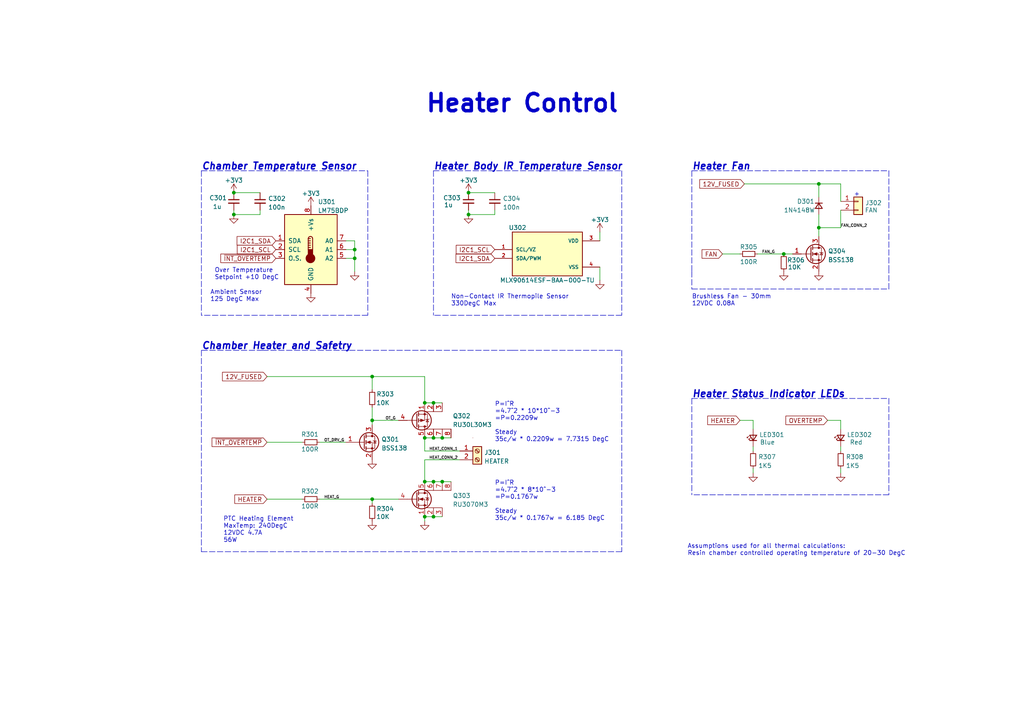
<source format=kicad_sch>
(kicad_sch (version 20211123) (generator eeschema)
  (paper "A4")
  (title_block (title "SLA Chamber Hearter for Resin Printers") (date "2022-07-06") (rev "A") (comment 1 "Author: Stephen Eaton") (comment 2 "Project Github: https://github.com/madeinoz67/slachamberheater") (comment 3 "License: CERN-OHL-P"))
  (lib_symbols
    (symbol "Connector:Screw_Terminal_01x02" (pin_names (offset 1.016) hide)
      (property "Reference" "J" (at 0 2.54 0))
      (property "Value" "Screw_Terminal_01x02" (at 0 -5.08 0))
      (symbol "Screw_Terminal_01x02_1_1"
        (rectangle (start -1.27 1.27) (end 1.27 -3.81) (stroke (width 0.254)) (fill (type background)))
        (circle (center 0 -2.54) (radius 0.635) (stroke (width 0.1524)))
        (polyline (pts (xy -0.5334 -2.2098) (xy 0.3302 -3.048)) (stroke (width 0.1524)))
        (polyline (pts (xy -0.5334 0.3302) (xy 0.3302 -0.508)) (stroke (width 0.1524)))
        (polyline (pts (xy -0.3556 -2.032) (xy 0.508 -2.8702)) (stroke (width 0.1524)))
        (polyline (pts (xy -0.3556 0.508) (xy 0.508 -0.3302)) (stroke (width 0.1524)))
        (circle (center 0 0) (radius 0.635) (stroke (width 0.1524)))
        (pin passive line (at -5.08 0 0) (length 3.81) (name "Pin_1") (number "1"))
        (pin passive line (at -5.08 -2.54 0) (length 3.81) (name "Pin_2") (number "2"))
      )
    )
    (symbol "Connector_Generic:Conn_01x02" (pin_names (offset 1.016) hide)
      (property "Reference" "J" (at 0 2.54 0))
      (property "Value" "Conn_01x02" (at 0 -5.08 0))
      (symbol "Conn_01x02_1_1"
        (rectangle (start -1.27 -2.413) (end 0 -2.667) (stroke (width 0.1524)))
        (rectangle (start -1.27 0.127) (end 0 -0.127) (stroke (width 0.1524)))
        (rectangle (start -1.27 1.27) (end 1.27 -3.81) (stroke (width 0.254)) (fill (type background)))
        (pin passive line (at -5.08 0 0) (length 3.81) (name "Pin_1") (number "1"))
        (pin passive line (at -5.08 -2.54 0) (length 3.81) (name "Pin_2") (number "2"))
      )
    )
    (symbol "Device:C_Small" (pin_numbers hide) (pin_names (offset 0.254) hide)
      (property "Reference" "C" (at 0.254 1.778 0))
      (property "Value" "C_Small" (at 0.254 -2.032 0))
      (symbol "C_Small_0_1"
        (polyline (pts (xy -1.524 -0.508) (xy 1.524 -0.508)) (stroke (width 0.3302)))
        (polyline (pts (xy -1.524 0.508) (xy 1.524 0.508)) (stroke (width 0.3048)))
      )
      (symbol "C_Small_1_1"
        (pin passive line (at 0 2.54 270) (length 2.032) (name "~") (number "1"))
        (pin passive line (at 0 -2.54 90) (length 2.032) (name "~") (number "2"))
      )
    )
    (symbol "Device:D_Small" (pin_numbers hide) (pin_names (offset 0.254) hide)
      (property "Reference" "D" (at -1.27 2.032 0))
      (property "Value" "D_Small" (at -3.81 -2.032 0))
      (symbol "D_Small_0_1"
        (polyline (pts (xy -0.762 -1.016) (xy -0.762 1.016)) (stroke (width 0.254)))
        (polyline (pts (xy -0.762 0) (xy 0.762 0)))
        (polyline (pts (xy 0.762 -1.016) (xy -0.762 0) (xy 0.762 1.016) (xy 0.762 -1.016)) (stroke (width 0.254)))
      )
      (symbol "D_Small_1_1"
        (pin passive line (at -2.54 0 0) (length 1.778) (name "K") (number "1"))
        (pin passive line (at 2.54 0 180) (length 1.778) (name "A") (number "2"))
      )
    )
    (symbol "Device:R_Small" (pin_numbers hide) (pin_names (offset 0.254) hide)
      (property "Reference" "R" (at 0.762 0.508 0))
      (property "Value" "R_Small" (at 0.762 -1.016 0))
      (symbol "R_Small_0_1"
        (rectangle (start -0.762 1.778) (end 0.762 -1.778) (stroke (width 0.2032)))
      )
      (symbol "R_Small_1_1"
        (pin passive line (at 0 2.54 270) (length 0.762) (name "~") (number "1"))
        (pin passive line (at 0 -2.54 90) (length 0.762) (name "~") (number "2"))
      )
    )
    (symbol "STR-LED:Blue" (pin_numbers hide) (pin_names (offset 0.254) hide)
      (property "Reference" "D" (at -1.27 3.175 0))
      (property "Value" "Blue" (at -4.445 -2.54 0))
      (symbol "Blue_0_1"
        (polyline (pts (xy -0.762 -1.016) (xy -0.762 1.016)) (stroke (width 0.254)))
        (polyline (pts (xy 1.016 0) (xy -0.762 0)))
        (polyline (pts (xy 0.762 -1.016) (xy -0.762 0) (xy 0.762 1.016) (xy 0.762 -1.016)) (stroke (width 0.254)))
        (polyline (pts (xy 0 0.762) (xy -0.508 1.27) (xy -0.254 1.27) (xy -0.508 1.27) (xy -0.508 1.016)))
        (polyline (pts (xy 0.508 1.27) (xy 0 1.778) (xy 0.254 1.778) (xy 0 1.778) (xy 0 1.524)))
      )
      (symbol "Blue_1_1"
        (pin passive line (at -2.54 0 0) (length 1.778) (name "K") (number "1"))
        (pin passive line (at 2.54 0 180) (length 1.778) (name "A") (number "2"))
      )
    )
    (symbol "STR-LED:Red" (pin_numbers hide) (pin_names (offset 0.254) hide)
      (property "Reference" "D" (at -1.27 2.54 0))
      (property "Value" "Red" (at -1.27 -2.54 0))
      (symbol "Red_0_1"
        (polyline (pts (xy -0.762 -1.016) (xy -0.762 1.016)) (stroke (width 0.254)))
        (polyline (pts (xy 1.016 0) (xy -0.762 0)))
        (polyline (pts (xy 0.762 -1.016) (xy -0.762 0) (xy 0.762 1.016) (xy 0.762 -1.016)) (stroke (width 0.254)))
        (polyline (pts (xy 0 0.762) (xy -0.508 1.27) (xy -0.254 1.27) (xy -0.508 1.27) (xy -0.508 1.016)))
        (polyline (pts (xy 0.508 1.27) (xy 0 1.778) (xy 0.254 1.778) (xy 0 1.778) (xy 0 1.524)))
      )
      (symbol "Red_1_1"
        (pin passive line (at -2.54 0 0) (length 1.778) (name "K") (number "1"))
        (pin passive line (at 2.54 0 180) (length 1.778) (name "A") (number "2"))
      )
    )
    (symbol "STR-MOSFETS:BSS138" (pin_names hide)
      (property "Reference" "Q?" (at 5.207 0.8347 0))
      (property "Value" "BSS138" (at 5.207 -1.7022 0))
      (symbol "BSS138_0_1"
        (polyline (pts (xy 0.254 0) (xy -2.54 0)))
        (polyline (pts (xy 0.254 1.905) (xy 0.254 -1.905)) (stroke (width 0.254)))
        (polyline (pts (xy 0.762 -1.27) (xy 0.762 -2.286)) (stroke (width 0.254)))
        (polyline (pts (xy 0.762 0.508) (xy 0.762 -0.508)) (stroke (width 0.254)))
        (polyline (pts (xy 0.762 2.286) (xy 0.762 1.27)) (stroke (width 0.254)))
        (polyline (pts (xy 2.54 2.54) (xy 2.54 1.778)))
        (polyline (pts (xy 2.54 -2.54) (xy 2.54 0) (xy 0.762 0)))
        (polyline (pts (xy 0.762 -1.778) (xy 3.302 -1.778) (xy 3.302 1.778) (xy 0.762 1.778)))
        (polyline (pts (xy 1.016 0) (xy 2.032 0.381) (xy 2.032 -0.381) (xy 1.016 0)) (fill (type outline)))
        (polyline (pts (xy 2.794 0.508) (xy 2.921 0.381) (xy 3.683 0.381) (xy 3.81 0.254)))
        (polyline (pts (xy 3.302 0.381) (xy 2.921 -0.254) (xy 3.683 -0.254) (xy 3.302 0.381)))
        (circle (center 1.651 0) (radius 2.794) (stroke (width 0.254)))
        (circle (center 2.54 -1.778) (radius 0.254) (fill (type outline)))
        (circle (center 2.54 1.778) (radius 0.254) (fill (type outline)))
      )
      (symbol "BSS138_1_1"
        (pin input line (at -5.08 0 0) (length 2.54) (name "G") (number "1"))
        (pin passive line (at 2.54 -5.08 90) (length 2.54) (name "S") (number "2"))
        (pin passive line (at 2.54 5.08 270) (length 2.54) (name "D") (number "3"))
      )
    )
    (symbol "STR-MOSFETS:RU30L30M3" (pin_names hide)
      (property "Reference" "Q?" (at -5.08 3.81 0))
      (property "Value" "RU30L30M3" (at 5.08 0 0))
      (symbol "RU30L30M3_0_0"
        (polyline (pts (xy -21.59 11.43) (xy -21.59 11.43)) (stroke (width 0.1524)))
        (polyline (pts (xy -21.59 11.43) (xy -21.59 11.43)) (stroke (width 0.1524)))
        (polyline (pts (xy 16.51 5.08) (xy 16.51 5.08)) (stroke (width 0.1524)))
        (polyline (pts (xy 16.51 5.08) (xy 16.51 5.08)) (stroke (width 0.1524)))
        (polyline (pts (xy 16.51 5.08) (xy 16.51 5.08)) (stroke (width 0.1524)))
        (polyline (pts (xy 16.51 5.08) (xy 16.51 5.08)) (stroke (width 0.1524)))
        (polyline (pts (xy 16.51 5.08) (xy 16.51 5.08)) (stroke (width 0.1524)))
        (polyline (pts (xy 16.51 5.08) (xy 16.51 5.08)) (stroke (width 0.1524)))
        (polyline (pts (xy 16.51 5.08) (xy 16.51 5.08)) (stroke (width 0.1524)))
        (polyline (pts (xy 16.51 5.08) (xy 16.51 5.08)) (stroke (width 0.1524)))
        (polyline (pts (xy 16.51 5.08) (xy 16.51 5.08)) (stroke (width 0.1524)))
        (arc (start 16.51 5.08) (mid 16.51 5.08) (end 16.51 5.08) (stroke (width 0.1524)))
      )
      (symbol "RU30L30M3_0_1"
        (polyline (pts (xy 0.254 0) (xy -2.54 0)))
        (polyline (pts (xy 0.254 1.905) (xy 0.254 -1.905)) (stroke (width 0.254)))
        (polyline (pts (xy 0.762 -1.27) (xy 0.762 -2.286)) (stroke (width 0.254)))
        (polyline (pts (xy 0.762 0.508) (xy 0.762 -0.508)) (stroke (width 0.254)))
        (polyline (pts (xy 0.762 2.286) (xy 0.762 1.27)) (stroke (width 0.254)))
        (polyline (pts (xy 2.54 2.54) (xy 2.54 1.778)))
        (polyline (pts (xy 7.62 -2.54) (xy 2.54 -2.54)) (stroke (width 0.1524)))
        (polyline (pts (xy 10.16 2.54) (xy 2.54 2.54)) (stroke (width 0.1524)))
        (polyline (pts (xy 2.54 -2.54) (xy 2.54 0) (xy 0.762 0)))
        (polyline (pts (xy 0.762 -1.778) (xy 3.302 -1.778) (xy 3.302 1.778) (xy 0.762 1.778)))
        (polyline (pts (xy 2.3368 0) (xy 1.3208 -0.381) (xy 1.3208 0.381) (xy 2.3368 0)) (fill (type outline)))
        (polyline (pts (xy 2.8448 -0.1524) (xy 2.9718 -0.2794) (xy 3.7338 -0.2794) (xy 3.8608 -0.4064)))
        (polyline (pts (xy 3.302 -0.2032) (xy 3.683 0.4318) (xy 2.921 0.4318) (xy 3.302 -0.2032)))
        (circle (center 1.651 0) (radius 2.794) (stroke (width 0.254)))
        (circle (center 2.54 -1.778) (radius 0.254) (fill (type outline)))
        (circle (center 2.54 1.778) (radius 0.254) (fill (type outline)))
      )
      (symbol "RU30L30M3_1_1"
        (pin passive line (at 2.54 -5.08 90) (length 2.54) (name "S") (number "1"))
        (pin passive line (at 5.08 -5.08 90) (length 2.54) (name "S") (number "2"))
        (pin passive line (at 7.62 -5.08 90) (length 2.54) (name "S") (number "3"))
        (pin input line (at -5.08 0 0) (length 2.54) (name "G") (number "4"))
        (pin passive line (at 2.54 5.08 270) (length 2.54) (name "D") (number "5"))
        (pin passive line (at 5.08 5.08 270) (length 2.54) (name "D") (number "6"))
        (pin passive line (at 7.62 5.08 270) (length 2.54) (name "D") (number "7"))
        (pin passive line (at 10.16 5.08 270) (length 2.54) (name "D") (number "8"))
      )
    )
    (symbol "STR-MOSFETS:RU30L70M3" (pin_names hide)
      (property "Reference" "Q?" (at -5.08 3.81 0))
      (property "Value" "RU30L70M3" (at 5.08 0 0))
      (symbol "RU30L70M3_0_1"
        (polyline (pts (xy 0.254 0) (xy -2.54 0)))
        (polyline (pts (xy 0.254 1.905) (xy 0.254 -1.905)) (stroke (width 0.254)))
        (polyline (pts (xy 0.762 -1.27) (xy 0.762 -2.286)) (stroke (width 0.254)))
        (polyline (pts (xy 0.762 0.508) (xy 0.762 -0.508)) (stroke (width 0.254)))
        (polyline (pts (xy 0.762 2.286) (xy 0.762 1.27)) (stroke (width 0.254)))
        (polyline (pts (xy 2.54 2.54) (xy 2.54 1.778)))
        (polyline (pts (xy 7.62 -2.4892) (xy 2.54 -2.4892)) (stroke (width 0.1524)))
        (polyline (pts (xy 10.16 2.54) (xy 2.54 2.54)) (stroke (width 0.1524)))
        (polyline (pts (xy 2.54 -2.54) (xy 2.54 0) (xy 0.762 0)))
        (polyline (pts (xy 0.762 -1.778) (xy 3.302 -1.778) (xy 3.302 1.778) (xy 0.762 1.778)))
        (polyline (pts (xy 1.016 0) (xy 2.032 0.381) (xy 2.032 -0.381) (xy 1.016 0)) (fill (type outline)))
        (polyline (pts (xy 2.794 0.508) (xy 2.921 0.381) (xy 3.683 0.381) (xy 3.81 0.254)))
        (polyline (pts (xy 3.302 0.381) (xy 2.921 -0.254) (xy 3.683 -0.254) (xy 3.302 0.381)))
        (circle (center 1.651 0) (radius 2.794) (stroke (width 0.254)))
        (circle (center 2.54 -1.778) (radius 0.254) (fill (type outline)))
        (circle (center 2.54 1.778) (radius 0.254) (fill (type outline)))
      )
      (symbol "RU30L70M3_1_1"
        (pin passive line (at 2.54 -5.08 90) (length 2.54) (name "S") (number "1"))
        (pin passive line (at 5.08 -5.08 90) (length 2.54) (name "S") (number "2"))
        (pin passive line (at 7.62 -5.08 90) (length 2.54) (name "S") (number "3"))
        (pin input line (at -5.08 0 0) (length 2.54) (name "G") (number "4"))
        (pin passive line (at 2.54 5.08 270) (length 2.54) (name "D") (number "5"))
        (pin passive line (at 5.08 5.08 270) (length 2.54) (name "D") (number "6"))
        (pin passive line (at 7.62 5.08 270) (length 2.54) (name "D") (number "7"))
        (pin passive line (at 10.16 5.08 270) (length 2.54) (name "D") (number "8"))
      )
    )
    (symbol "STR-Sensors:MLX90614ESF-BAA-000-TU" (pin_names (offset 1.016))
      (property "Reference" "U" (at -10.16 6.35 0))
      (property "Value" "MLX90614ESF-BAA-000-TU" (at -10.16 -10.16 0))
      (symbol "MLX90614ESF-BAA-000-TU_0_0"
        (rectangle (start -10.16 -7.62) (end 10.16 5.08) (stroke (width 0.254)) (fill (type background)))
        (pin input line (at -15.24 0 0) (length 5.08) (name "SCL/VZ") (number "1"))
        (pin bidirectional line (at -15.24 -2.54 0) (length 5.08) (name "SDA/PWM") (number "2"))
        (pin power_in line (at 15.24 2.54 180) (length 5.08) (name "VDD") (number "3"))
        (pin power_in line (at 15.24 -5.08 180) (length 5.08) (name "VSS") (number "4"))
      )
    )
    (symbol "Sensor_Temperature:LM75B" (pin_names (offset 1.016))
      (property "Reference" "U" (at -6.35 11.43 0))
      (property "Value" "LM75B" (at 0 11.43 0))
      (symbol "LM75B_0_1"
        (rectangle (start -7.62 10.16) (end 7.62 -10.16) (stroke (width 0.254)) (fill (type background)))
        (circle (center -0.127 -2.54) (radius 1.27) (stroke (width 0.254)) (fill (type outline)))
        (polyline (pts (xy -0.762 0.635) (xy -0.127 0.635)) (stroke (width 0.254)))
        (polyline (pts (xy -0.762 1.27) (xy -0.127 1.27)) (stroke (width 0.254)))
        (polyline (pts (xy -0.762 1.905) (xy -0.127 1.905)) (stroke (width 0.254)))
        (polyline (pts (xy -0.762 2.54) (xy -0.127 2.54)) (stroke (width 0.254)))
        (polyline (pts (xy -0.762 3.175) (xy -0.762 0)) (stroke (width 0.254)))
        (polyline (pts (xy -0.762 3.175) (xy -0.127 3.175)) (stroke (width 0.254)))
        (polyline (pts (xy 0.508 3.175) (xy 0.508 0)) (stroke (width 0.254)))
        (rectangle (start 0.508 -1.905) (end -0.762 0) (stroke (width 0.254)) (fill (type outline)))
        (arc (start 0.508 3.175) (mid -0.127 3.81) (end -0.762 3.175) (stroke (width 0.254)))
      )
      (symbol "LM75B_1_1"
        (pin bidirectional line (at -10.16 2.54 0) (length 2.54) (name "SDA") (number "1"))
        (pin input line (at -10.16 0 0) (length 2.54) (name "SCL") (number "2"))
        (pin open_collector line (at -10.16 -2.54 0) (length 2.54) (name "O.S.") (number "3"))
        (pin power_in line (at 0 -12.7 90) (length 2.54) (name "GND") (number "4"))
        (pin input line (at 10.16 -2.54 180) (length 2.54) (name "A2") (number "5"))
        (pin input line (at 10.16 0 180) (length 2.54) (name "A1") (number "6"))
        (pin input line (at 10.16 2.54 180) (length 2.54) (name "A0") (number "7"))
        (pin power_in line (at 0 12.7 270) (length 2.54) (name "+Vs") (number "8"))
      )
    )
    (symbol "power:+3.3V" (power) (pin_names (offset 0))
      (property "Value" "+3.3V" (at 0 3.556 0))
      (symbol "+3.3V_0_1"
        (polyline (pts (xy -0.762 1.27) (xy 0 2.54)))
        (polyline (pts (xy 0 0) (xy 0 2.54)))
        (polyline (pts (xy 0 2.54) (xy 0.762 1.27)))
      )
      (symbol "+3.3V_1_1"
        (pin power_in line (at 0 0 90) (length 0) hide (name "+3V3") (number "1"))
      )
    )
    (symbol "power:GND" (power) (pin_names (offset 0))
      (property "Value" "GND" (at 0 -3.81 0))
      (symbol "GND_0_1"
        (polyline (pts (xy 0 0) (xy 0 -1.27) (xy 1.27 -1.27) (xy 0 -2.54) (xy -1.27 -1.27) (xy 0 -1.27)))
      )
      (symbol "GND_1_1"
        (pin power_in line (at 0 0 270) (length 0) hide (name "GND") (number "1"))
      )
    )
  )
  (junction (at 135.89 55.88))
  (junction (at 67.818 62.23))
  (junction (at 67.818 55.88))
  (junction (at 125.73 127))
  (junction (at 125.73 139.7))
  (junction (at 102.87 72.39))
  (junction (at 123.19 149.86))
  (junction (at 107.95 144.78))
  (junction (at 237.49 53.34))
  (junction (at 227.33 73.66))
  (junction (at 135.89 62.23))
  (junction (at 237.49 66.04))
  (junction (at 125.73 149.86))
  (junction (at 123.19 127))
  (junction (at 125.73 116.84))
  (junction (at 128.27 127))
  (junction (at 128.27 139.7))
  (junction (at 123.19 116.84))
  (junction (at 107.95 121.92))
  (junction (at 123.19 139.7))
  (junction (at 102.87 74.93))
  (junction (at 107.95 109.22))
  (polyline (pts (xy 148.59 160.02) (xy 76.2 160.02)))
  (wire (pts (xy 125.73 149.86) (xy 128.27 149.86)))
  (wire (pts (xy 243.84 121.92) (xy 243.84 124.46)))
  (wire (pts (xy 133.35 133.35) (xy 123.19 133.35)))
  (wire (pts (xy 209.55 73.66) (xy 214.63 73.66)))
  (wire (pts (xy 123.19 116.84) (xy 125.73 116.84)))
  (wire (pts (xy 135.89 55.88) (xy 143.51 55.88)))
  (polyline (pts (xy 257.81 115.57) (xy 257.81 143.51)))
  (wire (pts (xy 107.95 121.92) (xy 107.95 123.19)))
  (wire (pts (xy 218.44 129.54) (xy 218.44 130.81)))
  (wire (pts (xy 125.73 127) (xy 128.27 127)))
  (wire (pts (xy 143.51 60.96) (xy 143.51 62.23)))
  (wire (pts (xy 243.84 60.96) (xy 243.84 66.04)))
  (wire (pts (xy 102.87 74.93) (xy 102.87 72.39)))
  (wire (pts (xy 237.49 53.34) (xy 243.84 53.34)))
  (wire (pts (xy 135.89 60.96) (xy 135.89 62.23)))
  (wire (pts (xy 237.49 62.23) (xy 237.49 66.04)))
  (wire (pts (xy 107.95 121.92) (xy 115.57 121.92)))
  (wire (pts (xy 77.47 128.27) (xy 87.63 128.27)))
  (polyline (pts (xy 180.34 49.53) (xy 180.34 91.44)))
  (wire (pts (xy 123.19 109.22) (xy 123.19 116.84)))
  (wire (pts (xy 102.87 69.85) (xy 100.33 69.85)))
  (wire (pts (xy 107.95 109.22) (xy 107.95 113.03)))
  (wire (pts (xy 218.44 121.92) (xy 218.44 124.46)))
  (polyline (pts (xy 200.66 115.57) (xy 257.81 115.57)))
  (wire (pts (xy 219.71 73.66) (xy 227.33 73.66)))
  (wire (pts (xy 227.33 73.66) (xy 229.87 73.66)))
  (wire (pts (xy 135.89 62.23) (xy 143.51 62.23)))
  (wire (pts (xy 92.71 128.27) (xy 100.33 128.27)))
  (polyline (pts (xy 180.34 160.02) (xy 148.59 160.02)))
  (polyline (pts (xy 76.2 101.6) (xy 58.42 101.6)))
  (wire (pts (xy 123.19 149.86) (xy 125.73 149.86)))
  (wire (pts (xy 123.19 127) (xy 123.19 130.81)))
  (polyline (pts (xy 200.66 49.53) (xy 257.81 49.53)))
  (wire (pts (xy 218.44 135.89) (xy 218.44 137.16)))
  (wire (pts (xy 173.99 77.47) (xy 173.99 81.28)))
  (wire (pts (xy 75.438 62.23) (xy 67.818 62.23)))
  (wire (pts (xy 128.27 127) (xy 130.81 127)))
  (polyline (pts (xy 200.66 83.82) (xy 257.81 83.82)))
  (wire (pts (xy 102.87 78.74) (xy 102.87 74.93)))
  (wire (pts (xy 77.47 144.78) (xy 87.63 144.78)))
  (polyline (pts (xy 257.81 83.82) (xy 257.81 78.74)))
  (polyline (pts (xy 257.81 143.51) (xy 200.66 143.51)))
  (wire (pts (xy 237.49 66.04) (xy 237.49 68.58)))
  (wire (pts (xy 102.87 72.39) (xy 102.87 69.85)))
  (wire (pts (xy 240.03 121.92) (xy 243.84 121.92)))
  (wire (pts (xy 243.84 135.89) (xy 243.84 137.16)))
  (wire (pts (xy 125.73 116.84) (xy 128.27 116.84)))
  (wire (pts (xy 215.9 53.34) (xy 237.49 53.34)))
  (polyline (pts (xy 180.34 101.6) (xy 180.34 160.02)))
  (wire (pts (xy 243.84 129.54) (xy 243.84 130.81)))
  (wire (pts (xy 107.95 144.78) (xy 107.95 146.05)))
  (wire (pts (xy 107.95 109.22) (xy 123.19 109.22)))
  (polyline (pts (xy 58.42 160.02) (xy 76.2 160.02)))
  (wire (pts (xy 125.73 139.7) (xy 128.27 139.7)))
  (polyline (pts (xy 76.2 101.6) (xy 148.59 101.6)))
  (polyline (pts (xy 200.66 115.57) (xy 200.66 143.51)))
  (polyline (pts (xy 58.42 101.6) (xy 58.42 160.02)))
  (polyline (pts (xy 125.73 49.53) (xy 125.73 91.44)))
  (wire (pts (xy 123.19 139.7) (xy 125.73 139.7)))
  (polyline (pts (xy 58.42 49.53) (xy 58.42 91.44)))
  (wire (pts (xy 237.49 53.34) (xy 237.49 57.15)))
  (wire (pts (xy 123.19 133.35) (xy 123.19 139.7)))
  (wire (pts (xy 100.33 74.93) (xy 102.87 74.93)))
  (wire (pts (xy 77.47 109.22) (xy 107.95 109.22)))
  (wire (pts (xy 128.27 139.7) (xy 130.81 139.7)))
  (wire (pts (xy 92.71 144.78) (xy 107.95 144.78)))
  (wire (pts (xy 243.84 53.34) (xy 243.84 58.42)))
  (polyline (pts (xy 106.68 91.44) (xy 58.42 91.44)))
  (polyline (pts (xy 200.66 49.53) (xy 200.66 78.74)))
  (wire (pts (xy 214.63 121.92) (xy 218.44 121.92)))
  (wire (pts (xy 133.35 130.81) (xy 123.19 130.81)))
  (wire (pts (xy 123.19 149.86) (xy 123.19 151.13)))
  (polyline (pts (xy 125.73 49.53) (xy 180.34 49.53)))
  (wire (pts (xy 75.438 60.96) (xy 75.438 62.23)))
  (wire (pts (xy 67.818 55.88) (xy 75.438 55.88)))
  (wire (pts (xy 107.95 144.78) (xy 115.57 144.78)))
  (polyline (pts (xy 106.68 49.53) (xy 106.68 91.44)))
  (polyline (pts (xy 257.81 49.53) (xy 257.81 78.74)))
  (polyline (pts (xy 200.66 78.74) (xy 200.66 83.82)))
  (wire (pts (xy 100.33 72.39) (xy 102.87 72.39)))
  (polyline (pts (xy 148.59 101.6) (xy 180.34 101.6)))
  (polyline (pts (xy 180.34 91.44) (xy 125.73 91.44)))
  (wire (pts (xy 173.99 67.31) (xy 173.99 69.85)))
  (wire (pts (xy 123.19 127) (xy 125.73 127)))
  (polyline (pts (xy 58.42 49.53) (xy 106.68 49.53)))
  (wire (pts (xy 67.818 60.96) (xy 67.818 62.23)))
  (wire (pts (xy 107.95 118.11) (xy 107.95 121.92)))
  (wire (pts (xy 243.84 66.04) (xy 237.49 66.04)))
  (text "+" (at 247.65 57.15 0) (effects (font (size 1.27 1.27)) (justify left bottom)))
  (text "Heater Control" (at 123.19 33.02 0) (effects (font (size 5 5) bold) (justify left bottom)))
  (text "P=I^R\n=4.7^2 * 8*10^-3\n=P=0.1767w\n\nSteady\n35c/w * 0.1767w = 6.185 DegC\n" (at 143.51 151.13 0) (effects (font (size 1.27 1.27)) (justify left bottom)))
  (text "Heater Fan" (at 200.66 49.53 0) (effects (font (size 2 2) (thickness 0.4) bold italic) (justify left bottom)))
  (text "Heater Body IR Temperature Sensor" (at 125.73 49.53 0) (effects (font (size 2 2) bold italic) (justify left bottom)))
  (text "P=I^R\n=4.7^2 * 10*10^-3\n=P=0.2209w\n\nSteady\n35c/w * 0.2209w = 7.7315 DegC" (at 143.51 128.27 0) (effects (font (size 1.27 1.27)) (justify left bottom)))
  (text "Ambient Sensor\n125 DegC Max" (at 60.96 87.63 0) (effects (font (size 1.27 1.27)) (justify left bottom)))
  (text "Heater Status Indicator LEDs" (at 200.66 115.57 0) (effects (font (size 2 2) bold italic) (justify left bottom)))
  (text "Non-Contact IR Thermopile Sensor  \n330DegC Max" (at 130.81 88.9 0) (effects (font (size 1.27 1.27)) (justify left bottom)))
  (text "Assumptions used for all thermal calculations:\nResin chamber controlled operating temperature of 20-30 DegC" (at 199.39 161.29 0) (effects (font (size 1.27 1.27)) (justify left bottom)))
  (text "Chamber Heater and Safetry" (at 58.42 101.6 0) (effects (font (size 2 2) (thickness 0.4) bold italic) (justify left bottom)))
  (text "PTC Heating Element\nMaxTemp: 240DegC \n12VDC 4.7A\n56W" (at 64.77 157.48 0) (effects (font (size 1.27 1.27)) (justify left bottom)))
  (text "Over Temperature\nSetpoint +10 DegC" (at 62.23 81.28 0) (effects (font (size 1.27 1.27)) (justify left bottom)))
  (text "Brushless Fan - 30mm\n12VDC 0.08A " (at 200.66 88.9 0) (effects (font (size 1.27 1.27)) (justify left bottom)))
  (text "Chamber Temperature Sensor" (at 58.42 49.53 0) (effects (font (size 2 2) (thickness 0.4) bold italic) (justify left bottom)))
  (label "HEAT_CONN_1" (at 124.46 130.81 0) (effects (font (size 0.8 0.8))))
  (label "OT_DRV_G" (at 93.98 128.27 0) (effects (font (size 0.8 0.8))))
  (label "OT_G" (at 111.76 121.92 0) (effects (font (size 0.8 0.8))))
  (label "HEAT_CONN_2" (at 124.46 133.35 0) (effects (font (size 0.8 0.8))))
  (label "FAN_CONN_2" (at 243.84 66.04 0) (effects (font (size 0.8 0.8))))
  (label "HEAT_G" (at 93.98 144.78 0) (effects (font (size 0.8 0.8))))
  (label "FAN_G" (at 220.98 73.66 0) (effects (font (size 0.8 0.8))))
  (global_label "12V_FUSED" (shape input) (at 215.9 53.34 180) (property "Intersheet References" "${INTERSHEET_REFS}" (effects hide)))
  (global_label "I2C1_SDA" (shape input) (at 80.01 69.85 180) (property "Intersheet References" "${INTERSHEET_REFS}" (effects hide)))
  (global_label "HEATER" (shape input) (at 214.63 121.92 180) (property "Intersheet References" "${INTERSHEET_REFS}" (effects hide)))
  (global_label "I2C1_SDA" (shape input) (at 143.51 74.93 180) (property "Intersheet References" "${INTERSHEET_REFS}" (effects hide)))
  (global_label "~{INT_OVERTEMP}" (shape input) (at 77.47 128.27 180) (property "Intersheet References" "${INTERSHEET_REFS}" (effects hide)))
  (global_label "FAN" (shape input) (at 209.55 73.66 180) (property "Intersheet References" "${INTERSHEET_REFS}" (effects hide)))
  (global_label "HEATER" (shape input) (at 77.47 144.78 180) (property "Intersheet References" "${INTERSHEET_REFS}" (effects hide)))
  (global_label "I2C1_SCL" (shape input) (at 143.51 72.39 180) (property "Intersheet References" "${INTERSHEET_REFS}" (effects hide)))
  (global_label "OVERTEMP" (shape input) (at 240.03 121.92 180) (property "Intersheet References" "${INTERSHEET_REFS}" (effects hide)))
  (global_label "12V_FUSED" (shape input) (at 77.47 109.22 180) (property "Intersheet References" "${INTERSHEET_REFS}" (effects hide)))
  (global_label "~{INT_OVERTEMP}" (shape input) (at 80.01 74.93 180) (property "Intersheet References" "${INTERSHEET_REFS}" (effects hide)))
  (global_label "I2C1_SCL" (shape input) (at 80.01 72.39 180) (property "Intersheet References" "${INTERSHEET_REFS}" (effects hide)))
  (symbol (lib_id "Device:D_Small") (at 237.49 59.69 270) (unit 1)
    (property "Reference" "D301" (at 231.14 58.42 90) (effects (justify left)))
    (property "Value" "1N4148W" (at 227.33 60.96 90) (effects (justify left)))
    (property "Footprint" "Diode_SMD:D_SOD-123" (effects hide))
    (property "Datasheet" "https://datasheet.lcsc.com/lcsc/1912161805_High-Diode-1N4148W_C466653.pdf" (effects hide))
  )
  (symbol (lib_id "Device:R_Small") (at 90.17 128.27 90) (unit 1)
    (property "Reference" "R301" (at 92.456 125.984 90) (effects (justify left)))
    (property "Value" "100R" (at 92.456 130.302 90) (effects (justify left)))
    (property "Footprint" "Resistor_SMD:R_0402_1005Metric" (effects hide))
  )
  (symbol (lib_id "Device:C_Small") (at 75.438 58.42 0) (unit 1)
    (property "Reference" "C302" (at 77.7621 57.5916 0) (effects (justify left)))
    (property "Value" "100n" (at 77.7621 60.1285 0) (effects (justify left)))
    (property "Footprint" "Capacitor_SMD:C_0402_1005Metric" (effects hide))
  )
  (symbol (lib_id "Device:R_Small") (at 218.44 133.35 0) (unit 1)
    (property "Reference" "R307" (at 219.9386 132.5153 0) (effects (justify left)))
    (property "Value" "1K5" (at 219.9386 135.0522 0) (effects (justify left)))
    (property "Footprint" "Resistor_SMD:R_0402_1005Metric" (effects hide))
  )
  (symbol (lib_id "Connector_Generic:Conn_01x02") (at 248.92 58.42 0) (unit 1)
    (property "Reference" "J302" (at 250.952 58.8553 0) (effects (justify left)))
    (property "Value" "FAN" (at 250.825 60.96 0) (effects (justify left)))
    (property "Footprint" "Connector_JST:JST_EH_B2B-EH-A_1x02_P2.50mm_Vertical" (effects hide))
  )
  (symbol (lib_id "Device:R_Small") (at 243.84 133.35 0) (unit 1)
    (property "Reference" "R308" (at 245.3386 132.5153 0) (effects (justify left)))
    (property "Value" "1K5" (at 245.3386 135.0522 0) (effects (justify left)))
    (property "Footprint" "Resistor_SMD:R_0402_1005Metric" (effects hide))
  )
  (symbol (lib_id "Device:R_Small") (at 90.17 144.78 90) (unit 1)
    (property "Reference" "R302" (at 92.456 142.494 90) (effects (justify left)))
    (property "Value" "100R" (at 92.456 146.812 90) (effects (justify left)))
    (property "Footprint" "Resistor_SMD:R_0402_1005Metric" (effects hide))
  )
  (symbol (lib_id "STR-MOSFETS:RU30L70M3") (at 120.65 144.78 0) (unit 1)
    (property "Reference" "Q303" (at 131.318 143.764 0) (effects (justify left)))
    (property "Value" "RU3070M3" (at 131.318 146.304 0) (effects (justify left)))
    (property "Footprint" "STR-DFN:DFN-8-1EP_3x3mm_P0.65mm_EP1.7x2.05mm" (effects hide))
    (property "Datasheet" "https://datasheet.lcsc.com/lcsc/2205271730_Shenzhen-ruichips-Semicon-RU3070M3_C2895262.pdf" (effects hide))
  )
  (symbol (lib_id "power:GND") (at 218.44 137.16 0) (unit 1)
    (property "Reference" "#PWR0315" (effects hide))
    (property "Value" "GND" (effects hide))
  )
  (symbol (lib_id "STR-LED:Red") (at 243.84 127 90) (unit 1)
    (property "Reference" "LED302" (at 245.618 126.1018 90) (effects (justify right)))
    (property "Value" "Red" (at 250.19 128.27 90) (effects (justify left)))
    (property "Footprint" "LED_SMD:LED_0603_1608Metric" (effects hide))
    (property "Datasheet" "https://datasheet.lcsc.com/lcsc/1810231112_Hubei-KENTO-Elec-KT-0603R_C2286.pdf" (effects hide))
    (property "Manufacturer" " Hubei KENTO Elec" (effects hide))
    (property "MPN" "KT-0603R" (effects hide))
    (property "LCSC" "C2286" (effects hide))
  )
  (symbol (lib_id "power:GND") (at 90.17 85.09 0) (unit 1)
    (property "Reference" "#PWR0304" (effects hide))
    (property "Value" "GND" (effects hide))
  )
  (symbol (lib_id "power:GND") (at 135.89 62.23 0) (unit 1)
    (property "Reference" "#PWR0309" (effects hide))
    (property "Value" "GND" (effects hide))
  )
  (symbol (lib_id "power:+3.3V") (at 135.89 55.88 0) (unit 1)
    (property "Reference" "#PWR0308" (effects hide))
    (property "Value" "+3.3V" (at 135.89 52.3042 0))
  )
  (symbol (lib_id "Connector:Screw_Terminal_01x02") (at 138.43 130.81 0) (unit 1)
    (property "Reference" "J301" (at 140.462 131.2453 0) (effects (justify left)))
    (property "Value" "HEATER" (at 140.462 133.7822 0) (effects (justify left)))
    (property "Footprint" "TerminalBlock_Phoenix:TerminalBlock_Phoenix_PT-1,5-2-3.5-H_1x02_P3.50mm_Horizontal" (effects hide))
  )
  (symbol (lib_id "power:+3.3V") (at 67.818 55.88 0) (unit 1)
    (property "Reference" "#PWR0301" (effects hide))
    (property "Value" "+3.3V" (at 67.818 52.3042 0))
  )
  (symbol (lib_id "power:GND") (at 107.95 151.13 0) (unit 1)
    (property "Reference" "#PWR0307" (effects hide))
    (property "Value" "GND" (effects hide))
  )
  (symbol (lib_id "power:+3.3V") (at 173.99 67.31 0) (unit 1)
    (property "Reference" "#PWR0311" (effects hide))
    (property "Value" "+3.3V" (at 173.99 63.7342 0))
  )
  (symbol (lib_id "Sensor_Temperature:LM75B") (at 90.17 72.39 0) (unit 1)
    (property "Reference" "U301" (at 92.1894 58.5302 0) (effects (justify left)))
    (property "Value" "LM75BDP" (at 92.1894 61.0671 0) (effects (justify left)))
    (property "Footprint" "Package_SO:MSOP-8-1EP_3x3mm_P0.65mm_EP1.68x1.88mm" (effects hide))
    (property "Datasheet" "http://www.ti.com/lit/ds/symlink/lm75b.pdf" (effects hide))
  )
  (symbol (lib_id "power:GND") (at 123.19 151.13 0) (unit 1)
    (property "Reference" "#PWR0310" (effects hide))
    (property "Value" "GND" (effects hide))
  )
  (symbol (lib_id "STR-MOSFETS:BSS138") (at 105.41 128.27 0) (unit 1)
    (property "Reference" "Q301" (at 110.617 127.4353 0) (effects (justify left)))
    (property "Value" "BSS138" (at 110.617 129.9722 0) (effects (justify left)))
    (property "Footprint" "Package_TO_SOT_SMD:SOT-23" (effects hide))
    (property "Datasheet" "https://www.onsemi.com/pub/Collateral/BSS138-D.PDF" (effects hide))
  )
  (symbol (lib_id "Device:R_Small") (at 107.95 148.59 180) (unit 1)
    (property "Reference" "R304" (at 114.3 147.574 0) (effects (justify left)))
    (property "Value" "10K" (at 113.03 149.86 0) (effects (justify left)))
    (property "Footprint" "Resistor_SMD:R_0402_1005Metric" (effects hide))
  )
  (symbol (lib_id "power:GND") (at 237.49 78.74 0) (unit 1)
    (property "Reference" "#PWR0314" (effects hide))
    (property "Value" "GND" (effects hide))
  )
  (symbol (lib_id "power:GND") (at 67.818 62.23 0) (unit 1)
    (property "Reference" "#PWR0302" (effects hide))
    (property "Value" "GND" (effects hide))
  )
  (symbol (lib_id "power:GND") (at 107.95 133.35 0) (unit 1)
    (property "Reference" "#PWR0306" (effects hide))
    (property "Value" "GND" (effects hide))
  )
  (symbol (lib_id "STR-Sensors:MLX90614ESF-BAA-000-TU") (at 158.75 72.39 0) (unit 1)
    (property "Reference" "U302" (at 150.114 66.04 0))
    (property "Value" "MLX90614ESF-BAA-000-TU" (at 158.75 81.28 0))
    (property "Footprint" "STR-Sensors:TO254P942H425-4" (effects hide))
    (property "STANDARD" "IPC 7351B" (effects hide))
    (property "PARTREV" "13" (effects hide))
    (property "MAXIMUM_PACKAGE_HEIGHT" "4.25 mm" (effects hide))
    (property "MANUFACTURER" "Melexis" (effects hide))
  )
  (symbol (lib_id "Device:C_Small") (at 143.51 58.42 0) (unit 1)
    (property "Reference" "C304" (at 145.8341 57.5916 0) (effects (justify left)))
    (property "Value" "100n" (at 145.8341 60.1285 0) (effects (justify left)))
    (property "Footprint" "Capacitor_SMD:C_0402_1005Metric" (effects hide))
  )
  (symbol (lib_id "power:+3.3V") (at 90.17 59.69 0) (unit 1)
    (property "Reference" "#PWR0303" (effects hide))
    (property "Value" "+3.3V" (at 90.17 56.1142 0))
  )
  (symbol (lib_id "STR-MOSFETS:BSS138") (at 234.95 73.66 0) (unit 1)
    (property "Reference" "Q304" (at 240.157 72.8253 0) (effects (justify left)))
    (property "Value" "BSS138" (at 240.157 75.3622 0) (effects (justify left)))
    (property "Footprint" "Package_TO_SOT_SMD:SOT-23" (effects hide))
    (property "Datasheet" "https://www.onsemi.com/pub/Collateral/BSS138-D.PDF" (effects hide))
  )
  (symbol (lib_id "power:GND") (at 102.87 78.74 0) (unit 1)
    (property "Reference" "#PWR0305" (effects hide))
    (property "Value" "GND" (effects hide))
  )
  (symbol (lib_id "power:GND") (at 227.33 78.74 0) (unit 1)
    (property "Reference" "#PWR0313" (effects hide))
    (property "Value" "GND" (effects hide))
  )
  (symbol (lib_id "Device:R_Small") (at 107.95 115.57 180) (unit 1)
    (property "Reference" "R303" (at 114.3 114.3 0) (effects (justify left)))
    (property "Value" "10K" (at 113.03 116.84 0) (effects (justify left)))
    (property "Footprint" "Resistor_SMD:R_0402_1005Metric" (effects hide))
  )
  (symbol (lib_id "Device:C_Small") (at 67.818 58.42 0) (unit 1)
    (property "Reference" "C301" (at 60.706 57.404 0) (effects (justify left)))
    (property "Value" "1u" (at 61.722 59.944 0) (effects (justify left)))
    (property "Footprint" "Capacitor_SMD:C_0402_1005Metric" (effects hide))
  )
  (symbol (lib_id "STR-MOSFETS:RU30L30M3") (at 120.65 121.92 0) (mirror x) (unit 1)
    (property "Reference" "Q302" (at 131.318 120.65 0) (effects (justify left)))
    (property "Value" "RU30L30M3" (at 131.318 123.19 0) (effects (justify left)))
    (property "Footprint" "Package_DFN_QFN:DFN-8-1EP_3x3mm_P0.65mm_EP1.7x2.05mm" (effects hide))
    (property "Datasheet" "https://datasheet.lcsc.com/lcsc/2205271730_Shenzhen-ruichips-Semicon-RU30L30M3_C2895257.pdf" (effects hide))
    (property "LCSC" "C2895257" (effects hide))
    (property "MANUFACTURER" " Shenzhen ruichips Semicon" (effects hide))
    (property "MPN" "RU30L30M3" (effects hide))
  )
  (symbol (lib_id "Device:C_Small") (at 135.89 58.42 0) (unit 1)
    (property "Reference" "C303" (at 128.524 57.404 0) (effects (justify left)))
    (property "Value" "1u" (at 128.778 59.436 0) (effects (justify left)))
    (property "Footprint" "Capacitor_SMD:C_0402_1005Metric" (effects hide))
  )
  (symbol (lib_id "power:GND") (at 173.99 81.28 0) (unit 1)
    (property "Reference" "#PWR0312" (effects hide))
    (property "Value" "GND" (effects hide))
  )
  (symbol (lib_id "Device:R_Small") (at 227.33 76.2 180) (unit 1)
    (property "Reference" "R306" (at 233.426 75.438 0) (effects (justify left)))
    (property "Value" "10K" (at 232.41 77.47 0) (effects (justify left)))
    (property "Footprint" "Resistor_SMD:R_0402_1005Metric" (effects hide))
  )
  (symbol (lib_id "power:GND") (at 243.84 137.16 0) (unit 1)
    (property "Reference" "#PWR0316" (effects hide))
    (property "Value" "GND" (effects hide))
  )
  (symbol (lib_id "Device:R_Small") (at 217.17 73.66 90) (unit 1)
    (property "Reference" "R305" (at 219.71 71.628 90) (effects (justify left)))
    (property "Value" "100R" (at 219.71 75.946 90) (effects (justify left)))
    (property "Footprint" "Resistor_SMD:R_0402_1005Metric" (effects hide))
  )
  (symbol (lib_id "STR-LED:Blue") (at 218.44 127 90) (unit 1)
    (property "Reference" "LED301" (at 220.218 126.1018 90) (effects (justify right)))
    (property "Value" "Blue" (at 224.79 128.27 90) (effects (justify left)))
    (property "Footprint" "LED_SMD:LED_0603_1608Metric" (effects hide))
    (property "Datasheet" "https://datasheet.lcsc.com/lcsc/1811101510_Everlight-Elec-19-217-BHC-ZL1M2RY-3T_C72041.pdf" (effects hide))
    (property "LCSC" "C72041" (effects hide))
    (property "Manufacturer" "Everlight Elec" (effects hide))
    (property "MPN" "19-217/BHC-ZL1M2RY/3T" (effects hide))
  )
)
</source>
